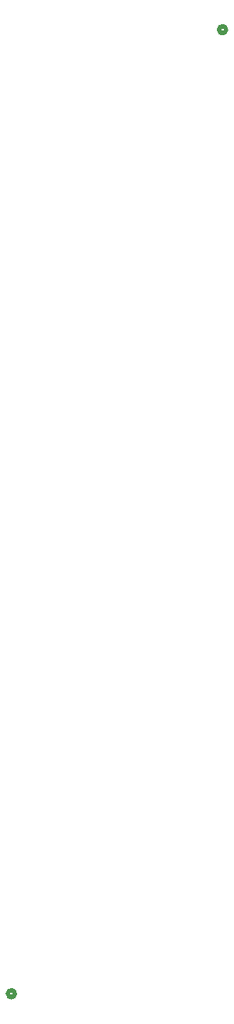
<source format=gbr>
G04 #@! TF.GenerationSoftware,KiCad,Pcbnew,9.0.4*
G04 #@! TF.CreationDate,2025-12-10T12:01:20-06:00*
G04 #@! TF.ProjectId,flightcompv2,666c6967-6874-4636-9f6d-7076322e6b69,rev?*
G04 #@! TF.SameCoordinates,Original*
G04 #@! TF.FileFunction,Legend,Bot*
G04 #@! TF.FilePolarity,Positive*
%FSLAX46Y46*%
G04 Gerber Fmt 4.6, Leading zero omitted, Abs format (unit mm)*
G04 Created by KiCad (PCBNEW 9.0.4) date 2025-12-10 12:01:20*
%MOMM*%
%LPD*%
G01*
G04 APERTURE LIST*
%ADD10C,0.508000*%
G04 APERTURE END LIST*
D10*
X202272550Y-41002850D02*
G75*
G02*
X201510550Y-41002850I-381000J0D01*
G01*
X201510550Y-41002850D02*
G75*
G02*
X202272550Y-41002850I381000J0D01*
G01*
X179283200Y-145578400D02*
G75*
G02*
X178521200Y-145578400I-381000J0D01*
G01*
X178521200Y-145578400D02*
G75*
G02*
X179283200Y-145578400I381000J0D01*
G01*
M02*

</source>
